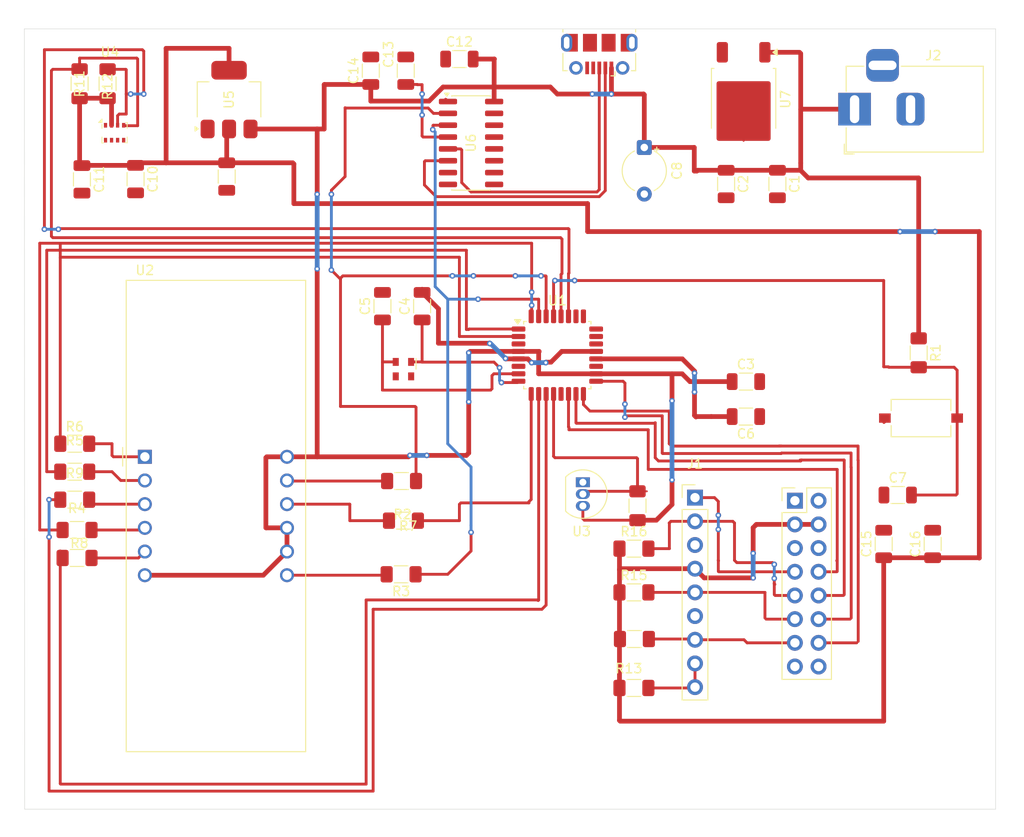
<source format=kicad_pcb>
(kicad_pcb (version 20241229) (generator "pcbnew") (generator_version "9.0")
  (layers (0 "F.Cu" signal) (2 "B.Cu" signal) (13 "F.Paste" user) (15 "B.Paste" user) (5 "F.SilkS" user "F.Silkscreen") (7 "B.SilkS" user "B.Silkscreen") (1 "F.Mask" user) (3 "B.Mask" user) (25 "Edge.Cuts" user))
  (net 0 "")
  (net 1 "GND")
  (net 2 "+5V")
  (net 3 "Net-(U1-XTAL2{slash}PB7)")
  (net 4 "Net-(U1-XTAL1{slash}PB6)")
  (net 5 "AREF")
  (net 6 "RESET")
  (net 7 "+3.3V")
  (net 8 "Net-(U6-V3)")
  (net 9 "Net-(J1-Pin_8)")
  (net 10 "MISO")
  (net 11 "SCK")
  (net 12 "MOSI")
  (net 13 "SDCS")
  (net 14 "D-")
  (net 15 "D+")
  (net 16 "PB4")
  (net 18 "PB3")
  (net 20 "PB5")
  (net 21 "PB2")
  (net 22 "Net-(U2-a)")
  (net 23 "RX{slash}PD0")
  (net 24 "Net-(U2-b)")
  (net 25 "TX{slash}PD1")
  (net 26 "Net-(U2-c)")
  (net 27 "PD2")
  (net 28 "Net-(U2-d)")
  (net 29 "PD3")
  (net 30 "Net-(U2-e)")
  (net 31 "PD4")
  (net 32 "Net-(U2-f)")
  (net 33 "PD5")
  (net 34 "PD6")
  (net 35 "Net-(U2-g)")
  (net 36 "PD7")
  (net 37 "Net-(U2-DPX)")
  (net 38 "PB0")
  (net 39 "PC5")
  (net 40 "PC4")
  (net 41 "PC2")
  (net 43 "PB1")
  (net 44 "PC0")
  (net 46 "PC1")
  (net 47 "PC3")
  (footprint "Resistor_SMD:R_1206_3216Metric_Pad1.30x1.75mm_HandSolder" (layer "F.Cu") (at 124.75 91.25)
    (property "Reference" "R9")
    (property "Value" "1k")
  )
  (footprint "Package_TO_SOT_THT:TO-92_Inline" (layer "F.Cu") (at 179.24 89.38 -90)
    (property "Reference" "U3")
    (property "Value" "DS18B20")
  )
  (footprint "Capacitor_SMD:C_1206_3216Metric" (layer "F.Cu") (at 213 90.75)
    (property "Reference" "C7")
    (property "Value" "100n")
  )
  (footprint "Connector_BarrelJack:BarrelJack_Horizontal" (layer "F.Cu") (at 208.3755 49.3745 180)
    (property "Reference" "J2")
    (property "Value" "Barrel_Jack")
  )
  (footprint "Capacitor_THT:CP_Radial_Tantal_D4.5mm_P5.00mm" (layer "F.Cu") (at 185.8264 53.4816 -90)
    (property "Reference" "C8")
    (property "Value" "10u")
  )
  (footprint "Capacitor_SMD:C_1206_3216Metric" (layer "F.Cu") (at 157.75 70.5 90)
    (property "Reference" "C5")
    (property "Value" "22p")
  )
  (footprint "Capacitor_SMD:C_1206_3216Metric" (layer "F.Cu") (at 125.525 56.9 -90)
    (property "Reference" "C11")
    (property "Value" "100n")
  )
  (footprint "Button_Switch_SMD:SW_Tactile_SPST_NO_Straight_CK_PTS636Sx25SMTRLFS" (layer "F.Cu") (at 215.5 82.5)
    (property "Reference" "SW1" (hide yes))
    (property "Value" "SW_Push")
  )
  (footprint "Capacitor_SMD:C_1206_3216Metric" (layer "F.Cu") (at 166 44)
    (property "Reference" "C12")
    (property "Value" "0.1u" (hide yes))
  )
  (footprint "Capacitor_SMD:C_1206_3216Metric" (layer "F.Cu") (at 194.6 57.4 -90)
    (property "Reference" "C2")
    (property "Value" "0.1u")
  )
  (footprint "Resistor_SMD:R_1206_3216Metric_Pad1.30x1.75mm_HandSolder" (layer "F.Cu") (at 184.765 106.19)
    (property "Reference" "R14" (hide yes))
    (property "Value" "10k")
  )
  (footprint "Resistor_SMD:R_1206_3216Metric_Pad1.30x1.75mm_HandSolder" (layer "F.Cu") (at 124.75 88.25)
    (property "Reference" "R5")
    (property "Value" "1k")
  )
  (footprint "Capacitor_SMD:C_1206_3216Metric" (layer "F.Cu") (at 200.1 57.4 -90)
    (property "Reference" "C1")
    (property "Value" "0.33u")
  )
  (footprint "Resistor_SMD:R_1206_3216Metric_Pad1.30x1.75mm_HandSolder" (layer "F.Cu") (at 125 97.5)
    (property "Reference" "R8")
    (property "Value" "1k")
  )
  (footprint "Resistor_SMD:R_1206_3216Metric_Pad1.30x1.75mm_HandSolder" (layer "F.Cu") (at 159.8 89.25 180)
    (property "Reference" "R2")
    (property "Value" "1k")
  )
  (footprint "Resistor_SMD:R_1206_3216Metric_Pad1.30x1.75mm_HandSolder" (layer "F.Cu") (at 184.715 96.5)
    (property "Reference" "R16")
    (property "Value" "10k")
  )
  (footprint "Connector_PinHeader_2.54mm:PinHeader_2x08_P2.54mm_Vertical" (layer "F.Cu") (at 201.975 91.36)
    (property "Reference" "J4" (hide yes))
    (property "Value" "Conn_02x08_Odd_Even" (hide yes))
  )
  (footprint "Capacitor_SMD:C_1206_3216Metric" (layer "F.Cu") (at 162 70.5 90)
    (property "Reference" "C4")
    (property "Value" "22p")
  )
  (footprint "Capacitor_SMD:C_1206_3216Metric" (layer "F.Cu") (at 141.05 56.6 90)
    (property "Reference" "C9" (hide yes))
    (property "Value" "0.1u")
  )
  (footprint "Resistor_SMD:R_1206_3216Metric_Pad1.30x1.75mm_HandSolder" (layer "F.Cu") (at 159.75 99.25 180)
    (property "Reference" "R3")
    (property "Value" "1k")
  )
  (footprint "Package_LGA:Bosch_LGA-8_2x2.5mm_P0.65mm_ClockwisePinNumbering" (layer "F.Cu") (at 129.025 51.9)
    (property "Reference" "U4")
    (property "Value" "BMP280")
  )
  (footprint "Resistor_SMD:R_1206_3216Metric_Pad1.30x1.75mm_HandSolder" (layer "F.Cu") (at 125.275 46.65 -90)
    (property "Reference" "R11")
    (property "Value" "4.7k")
  )
  (footprint "Connector_USB:USB_Micro-B_Molex-105017-0001" (layer "F.Cu") (at 181 43.4875 180)
    (property "Reference" "J3" (hide yes))
    (property "Value" "USB_B")
  )
  (footprint "Capacitor_SMD:C_1206_3216Metric" (layer "F.Cu") (at 196.723 78.5876)
    (property "Reference" "C3")
    (property "Value" "100n")
  )
  (footprint "Resistor_SMD:R_1206_3216Metric_Pad1.30x1.75mm_HandSolder" (layer "F.Cu") (at 184.715 101.19)
    (property "Reference" "R15")
    (property "Value" "10k")
  )
  (footprint "Resistor_SMD:R_1206_3216Metric_Pad1.30x1.75mm_HandSolder" (layer "F.Cu") (at 160 93.5 180)
    (property "Reference" "R7")
    (property "Value" "1k")
  )
  (footprint "Resistor_SMD:R_1206_3216Metric_Pad1.30x1.75mm_HandSolder" (layer "F.Cu") (at 184.715 111.44)
    (property "Reference" "R13")
    (property "Value" "10k")
  )
  (footprint "Oscillator:Oscillator_SMD_Abracon_ASDMB-4Pin_2.5x2.0mm" (layer "F.Cu") (at 160 77.25 180)
    (property "Reference" "Y1" (hide yes))
    (property "Value" "Crystal")
  )
  (footprint "Capacitor_SMD:C_1206_3216Metric" (layer "F.Cu") (at 131.275 56.875 -90)
    (property "Reference" "C10")
    (property "Value" "100n")
  )
  (footprint "Capacitor_SMD:C_1206_3216Metric" (layer "F.Cu") (at 196.723 82.3376 180)
    (property "Reference" "C6")
    (property "Value" "100n")
  )
  (footprint "Package_TO_SOT_SMD:SOT-223-3_TabPin2" (layer "F.Cu") (at 141.3 48.35 90)
    (property "Reference" "U5")
    (property "Value" "AMS1117-3.3")
  )
  (footprint "Capacitor_SMD:C_1206_3216Metric" (layer "F.Cu") (at 156.5 45.25 90)
    (property "Reference" "C14")
    (property "Value" "10u")
  )
  (footprint "Resistor_SMD:R_1206_3216Metric_Pad1.30x1.75mm_HandSolder" (layer "F.Cu") (at 128.275 46.65 90)
    (property "Reference" "R12")
    (property "Value" "4.7k")
  )
  (footprint "Capacitor_SMD:C_1206_3216Metric" (layer "F.Cu") (at 211.5 96 90)
    (property "Reference" "C15")
    (property "Value" "0.1u")
  )
  (footprint "Package_QFP:TQFP-32_7x7mm_P0.8mm" (layer "F.Cu") (at 176.5 75.75)
    (property "Reference" "U1")
    (property "Value" "ATmega328PB-A")
  )
  (footprint "Resistor_SMD:R_1206_3216Metric_Pad1.30x1.75mm_HandSolder" (layer "F.Cu") (at 185.1 91.9 -90)
    (property "Reference" "R10" (hide yes))
    (property "Value" "4.7k")
  )
  (footprint "Connector_PinHeader_2.54mm:PinHeader_1x09_P2.54mm_Vertical" (layer "F.Cu") (at 191.265 91.03)
    (property "Reference" "J1")
    (property "Value" "Conn_01x09")
  )
  (footprint "Package_TO_SOT_SMD:TO-252-2" (layer "F.Cu") (at 196.475 48.315 -90)
    (property "Reference" "U7")
    (property "Value" "L7805")
  )
  (footprint "Resistor_SMD:R_1206_3216Metric_Pad1.30x1.75mm_HandSolder" (layer "F.Cu") (at 125 94.5)
    (property "Reference" "R4")
    (property "Value" "R")
  )
  (footprint "Package_SO:SOIC-16_3.9x9.9mm_P1.27mm" (layer "F.Cu") (at 167.25 53)
    (property "Reference" "U6")
    (property "Value" "CH340C")
  )
  (footprint "Capacitor_SMD:C_1206_3216Metric" (layer "F.Cu") (at 216.75 96 90)
    (property "Reference" "C16")
    (property "Value" "10u")
  )
  (footprint "Capacitor_SMD:C_1206_3216Metric" (layer "F.Cu") (at 160.25 45.25 90)
    (property "Reference" "C13")
    (property "Value" "4.7u")
  )
  (footprint "Resistor_SMD:R_1206_3216Metric_Pad1.30x1.75mm_HandSolder" (layer "F.Cu") (at 124.75 85.25)
    (property "Reference" "R6")
    (property "Value" "1k")
  )
  (footprint "Resistor_SMD:R_1206_3216Metric_Pad1.30x1.75mm_HandSolder" (layer "F.Cu") (at 215.25 75.5 -90)
    (property "Reference" "R1")
    (property "Value" "10k")
  )
  (footprint "Display_7Segment:CC56-12GWA" (layer "F.Cu") (at 132.2725 86.65)
    (property "Reference" "U2")
    (property "Value" "CC56-12GWA")
  )
  (gr_line (start 119.3546 40.767) (end 223.4946 40.767) (stroke (width 0.05)) (layer "Edge.Cuts"))
  (gr_line (start 223.4946 124.4346) (end 119.38 124.4346) (stroke (width 0.05)) (layer "Edge.Cuts"))
  (gr_line (start 119.38 124.4346) (end 119.3546 40.767) (stroke (width 0.05)) (layer "Edge.Cuts"))
  (gr_line (start 223.4946 40.767) (end 223.4946 124.4346) (stroke (width 0.05)) (layer "Edge.Cuts"))
  (segment (start 175.8188 76.5048) (end 175.3108 76.5048) (width 0.508) (layer "F.Cu") (net 1))
  (segment (start 162 69.025) (end 162 68.525) (width 0.2) (layer "F.Cu") (net 1))
  (segment (start 164.3 43.775) (end 164.525 44) (width 0.3048) (layer "F.Cu") (net 1))
  (segment (start 175.3108 76.5048) (end 175.26 76.5556) (width 0.508) (layer "F.Cu") (net 1))
  (segment (start 170.988 76.15) (end 170.942 76.104) (width 0.508) (layer "F.Cu") (net 1))
  (segment (start 180.6625 75.35) (end 176.9736 75.35) (width 0.508) (layer "F.Cu") (net 1))
  (segment (start 131.25 58.375) (end 131.275 58.35) (width 0.3048) (layer "F.Cu") (net 1))
  (segment (start 211.625 82.875) (end 211.525 82.975) (width 0.3048) (layer "F.Cu") (net 1))
  (segment (start 198.318 78.4676) (end 198.198 78.5876) (width 0.508) (layer "F.Cu") (net 1))
  (segment (start 163.7538 74.4728) (end 163.7538 70.7788) (width 0.508) (layer "F.Cu") (net 1))
  (segment (start 196.475 52.774999) (end 196.475 49.575) (width 0.2) (layer "F.Cu") (net 1))
  (segment (start 125.975 57.925) (end 125.525 58.375) (width 0.2) (layer "F.Cu") (net 1))
  (segment (start 172.3375 76.15) (end 170.988 76.15) (width 0.508) (layer "F.Cu") (net 1))
  (segment (start 164.525 48.305) (end 164.775 48.555) (width 0.3048) (layer "F.Cu") (net 1))
  (segment (start 163.7538 74.4728) (end 169.2228 74.4728) (width 0.508) (layer "F.Cu") (net 1))
  (segment (start 173.3404 76.15) (end 172.3375 76.15) (width 0.508) (layer "F.Cu") (net 1))
  (segment (start 173.746 76.5556) (end 173.3404 76.15) (width 0.508) (layer "F.Cu") (net 1))
  (segment (start 163.7538 70.7788) (end 162 69.025) (width 0.508) (layer "F.Cu") (net 1))
  (segment (start 211.625 82.5) (end 211.625 82.875) (width 0.3048) (layer "F.Cu") (net 1))
  (segment (start 169.2228 74.4728) (end 169.25 74.5) (width 0.508) (layer "F.Cu") (net 1))
  (segment (start 176.9736 75.35) (end 175.8188 76.5048) (width 0.508) (layer "F.Cu") (net 1))
  (via (at 175.26 76.5556) (size 0.6) (drill 0.3) (layers "F.Cu" "B.Cu") (net 1))
  (via (at 169.25 74.5) (size 0.6) (drill 0.3) (layers "F.Cu" "B.Cu") (net 1))
  (via (at 173.746 76.5556) (size 0.6) (drill 0.3) (layers "F.Cu" "B.Cu") (net 1))
  (via (at 170.942 76.104) (size 0.6) (drill 0.3) (layers "F.Cu" "B.Cu") (net 1))
  (segment (start 175.26 76.5556) (end 173.746 76.5556) (width 0.508) (layer "B.Cu") (net 1))
  (segment (start 170.942 76.104) (end 169.3108 74.4728) (width 0.508) (layer "B.Cu") (net 1))
  (segment (start 147.5125 94.27) (end 145.27 94.27) (width 0.508) (layer "F.Cu") (net 2))
  (segment (start 191.1858 53.4924) (end 191.1858 56.007) (width 0.508) (layer "F.Cu") (net 2))
  (segment (start 150.75 58.5) (end 150.75 51.5) (width 0.508) (layer "F.Cu") (net 2))
  (segment (start 189.8854 77.75) (end 190.723 78.5876) (width 0.508) (layer "F.Cu") (net 2))
  (segment (start 147.5125 96.81) (end 144.9725 99.35) (width 0.508) (layer "F.Cu") (net 2))
  (segment (start 144.9725 99.35) (end 132.2725 99.35) (width 0.508) (layer "F.Cu") (net 2))
  (segment (start 156.505 48.505) (end 156.5 48.5) (width 0.508) (layer "F.Cu") (net 2))
  (segment (start 190.723 78.5876) (end 195.248 78.5876) (width 0.508) (layer "F.Cu") (net 2))
  (segment (start 147.5125 86.65) (end 150.75 86.65) (width 0.508) (layer "F.Cu") (net 2))
  (segment (start 169.75 44) (end 169.725 44.025) (width 0.508) (layer "F.Cu") (net 2))
  (segment (start 175.75 47) (end 169.725 47) (width 0.508) (layer "F.Cu") (net 2))
  (segment (start 164.25 47) (end 162.745 48.505) (width 0.508) (layer "F.Cu") (net 2))
  (segment (start 202.6 55.15) (end 202.6 49.4) (width 0.508) (layer "F.Cu") (net 2))
  (segment (start 188.7982 91.7702) (end 188.7982 89.1286) (width 0.508) (layer "F.Cu") (net 2))
  (segment (start 176.5 47.75) (end 180.25 47.75) (width 0.508) (layer "F.Cu") (net 2))
  (segment (start 202.6 55.9) (end 202.6 55.15) (width 0.508) (layer "F.Cu") (net 2))
  (segment (start 167 86.25) (end 167 80.75) (width 0.508) (layer "F.Cu") (net 2))
  (segment (start 191.4652 56.007) (end 191.5472 55.925) (width 0.508) (layer "F.Cu") (net 2))
  (segment (start 169.725 47) (end 164.25 47) (width 0.508) (layer "F.Cu") (net 2))
  (segment (start 188.7982 77.75) (end 189.8854 77.75) (width 0.508) (layer "F.Cu") (net 2))
  (segment (start 180.6625 77.75) (end 174.5 77.75) (width 0.508) (layer "F.Cu") (net 2))
  (segment (start 175.75 47) (end 176.5 47.75) (width 0.508) (layer "F.Cu") (net 2))
  (segment (start 150.75 86.65) (end 160.5476 86.65) (width 0.508) (layer "F.Cu") (net 2))
  (segment (start 174.5 75.4106) (end 174.5 77.75) (width 0.508) (layer "F.Cu") (net 2))
  (segment (start 145.35 86.65) (end 147.5125 86.65) (width 0.508) (layer "F.Cu") (net 2))
  (segment (start 187.2996 93.2688) (end 188.7982 91.7702) (width 0.508) (layer "F.Cu") (net 2))
  (segment (start 169.725 47) (end 169.725 48.555) (width 0.508) (layer "F.Cu") (net 2))
  (segment (start 167.15 75.35) (end 172.3375 75.35) (width 0.508) (layer "F.Cu") (net 2))
  (segment (start 167 75.5) (end 167.15 75.35) (width 0.508) (layer "F.Cu") (net 2))
  (segment (start 151.525 46.725) (end 156.5 46.725) (width 0.508) (layer "F.Cu") (net 2))
  (segment (start 169.725 44.025) (end 169.725 47) (width 0.508) (layer "F.Cu") (net 2))
  (segment (start 167.475 44) (end 169.75 44) (width 0.508) (layer "F.Cu") (net 2))
  (segment (start 188.7982 80.645) (end 188.7982 77.75) (width 0.508) (layer "F.Cu") (net 2))
  (segment (start 194.6 55.925) (end 200.1 55.925) (width 0.508) (layer "F.Cu") (net 2))
  (segment (start 200.1 55.925) (end 202.575 55.925) (width 0.508) (layer "F.Cu") (net 2))
  (segment (start 179.4 93.45) (end 179.24 93.29) (width 0.3048) (layer "F.Cu") (net 2))
  (segment (start 202.6 49.4) (end 202.6 43.4) (width 0.508) (layer "F.Cu") (net 2))
  (segment (start 185.8264 53.4816) (end 191.175 53.4816) (width 0.508) (layer "F.Cu") (net 2))
  (segment (start 215.25 56.75) (end 203.4 56.75) (width 0.508) (layer "F.Cu") (net 2))
  (segment (start 182.305 47.695) (end 182.305 44.95) (width 0.508) (layer "F.Cu") (net 2))
  (segment (start 187.1184 93.45) (end 187.2996 93.2688) (width 0.508) (layer "F.Cu") (net 2))
  (segment (start 185.8264 47.8264) (end 185.75 47.75) (width 0.508) (layer "F.Cu") (net 2))
  (segment (start 185.8264 53.4816) (end 185.8264 47.8264) (width 0.508) (layer "F.Cu") (net 2))
  (segment (start 203.4 56.75) (end 202.575 55.925) (width 0.508) (layer "F.Cu") (net 2))
  (segment (start 174.537 75.35) (end 174.5488 75.3618) (width 0.508) (layer "F.Cu") (net 2))
  (segment (start 215.25 73.95) (end 215.25 56.75) (width 0.508) (layer "F.Cu") (net 2))
  (segment (start 191.5472 55.925) (end 194.6 55.925) (width 0.508) (layer "F.Cu") (net 2))
  (segment (start 166.75 86.5) (end 167 86.25) (width 0.508) (layer "F.Cu") (net 2))
  (segment (start 150.75 86.65) (end 150.75 66.5) (width 0.508) (layer "F.Cu") (net 2))
  (segment (start 162.5 86.5) (end 166.75 86.5) (width 0.508) (layer "F.Cu") (net 2))
  (segment (start 185.1 93.45) (end 179.4 93.45) (width 0.3048) (layer "F.Cu") (net 2))
  (segment (start 147.5125 96.81) (end 147.5125 94.27) (width 0.508) (layer "F.Cu") (net 2))
  (segment (start 191.175 53.4816) (end 191.1858 53.4924) (width 0.508) (layer "F.Cu") (net 2))
  (segment (start 160.5476 86.65) (end 160.6976 86.5) (width 0.508) (layer "F.Cu") (net 2))
  (segment (start 172.3375 75.35) (end 174.537 75.35) (width 0.508) (layer "F.Cu") (net 2))
  (segment (start 208.2505 50.6495) (end 208.225 50.675) (width 0.508) (layer "F.Cu") (net 2))
  (segment (start 145.27 94.27) (end 145.25 94.25) (width 0.508) (layer "F.Cu") (net 2))
  (segment (start 151.5 51.5) (end 151.5 46.75) (width 0.508) (layer "F.Cu") (net 2))
  (segment (start 174.5488 75.3618) (end 174.5 75.4106) (width 0.508) (layer "F.Cu") (net 2))
  (segment (start 143.6 51.5) (end 150.75 51.5) (width 0.508) (layer "F.Cu") (net 2))
  (segment (start 185.1 93.45) (end 187.1184 93.45) (width 0.508) (layer "F.Cu") (net 2))
  (segment (start 182.295 47.705) (end 182.295 47.75) (width 0.3048) (layer "F.Cu") (net 2))
  (segment (start 156.5 48.5) (end 156.5 46.725) (width 0.508) (layer "F.Cu") (net 2))
  (segment (start 151.5 46.75) (end 151.525 46.725) (width 0.508) (layer "F.Cu") (net 2))
  (segment (start 191.1858 56.007) (end 191.4652 56.007) (width 0.508) (layer "F.Cu") (net 2))
  (segment (start 162.745 48.505) (end 156.505 48.505) (width 0.508) (layer "F.Cu") (net 2))
  (segment (start 182.25 47.75) (end 182.305 47.695) (width 0.508) (layer "F.Cu") (net 2))
  (segment (start 145.25 94.25) (end 145.25 86.75) (width 0.508) (layer "F.Cu") (net 2))
  (segment (start 208.3755 49.3745) (end 202.6255 49.3745) (width 0.508) (layer "F.Cu") (net 2))
  (segment (start 180.6625 77.75) (end 188.7982 77.75) (width 0.508) (layer "F.Cu") (net 2))
  (segment (start 179.24 93.29) (end 179.24 91.92) (width 0.3048) (layer "F.Cu") (net 2))
  (segment (start 145.25 86.75) (end 145.35 86.65) (width 0.508) (layer "F.Cu") (net 2))
  (segment (start 182.305 47.695) (end 182.295 47.705) (width 0.3048) (layer "F.Cu") (net 2))
  (segment (start 150.75 51.5) (end 151.5 51.5) (width 0.508) (layer "F.Cu") (net 2))
  (segment (start 185.75 47.75) (end 182.25 47.75) (width 0.508) (layer "F.Cu") (net 2))
  (segment (start 202.475 43.275) (end 198.755 43.275) (width 0.508) (layer "F.Cu") (net 2))
  (via (at 180.25 47.75) (size 0.6) (drill 0.3) (layers "F.Cu" "B.Cu") (net 2))
  (via (at 167 80.75) (size 0.6) (drill 0.3) (layers "F.Cu" "B.Cu") (net 2))
  (via (at 167 75.5) (size 0.6) (drill 0.3) (layers "F.Cu" "B.Cu") (net 2))
  (via (at 150.75 66.5) (size 0.6) (drill 0.3) (layers "F.Cu" "B.Cu") (net 2))
  (via (at 160.6976 86.5) (size 0.6) (drill 0.3) (layers "F.Cu" "B.Cu") (net 2))
  (via (at 188.7982 89.1286) (size 0.6) (drill 0.3) (layers "F.Cu" "B.Cu") (net 2))
  (via (at 162.5 86.5) (size 0.6) (drill 0.3) (layers "F.Cu" "B.Cu") (net 2))
  (via (at 188.7982 80.645) (size 0.6) (drill 0.3) (layers "F.Cu" "B.Cu") (net 2))
  (via (at 182.295 47.75) (size 0.6) (drill 0.3) (layers "F.Cu" "B.Cu") (net 2))
  (via (at 150.75 58.5) (size 0.6) (drill 0.3) (layers "F.Cu" "B.Cu") (net 2))
  (segment (start 167 80.75) (end 167 75.5) (width 0.508) (layer "B.Cu") (net 2))
  (segment (start 180.25 47.75) (end 182.295 47.75) (width 0.508) (layer "B.Cu") (net 2))
  (segment (start 188.7982 89.1286) (end 188.7982 80.645) (width 0.508) (layer "B.Cu") (net 2))
  (segment (start 160.6976 86.5) (end 162.5 86.5) (width 0.508) (layer "B.Cu") (net 2))
  (segment (start 150.75 66.5) (end 150.75 58.5) (width 0.508) (layer "B.Cu") (net 2))
  (segment (start 160.825 76.475) (end 161.975 76.475) (width 0.3048) (layer "F.Cu") (net 3))
  (segment (start 161.975 76.475) (end 162 76.5) (width 0.3048) (layer "F.Cu") (net 3))
  (segment (start 162 76.5) (end 162 71.975) (width 0.3048) (layer "F.Cu") (net 3))
  (segment (start 162 76.5) (end 169.7094 76.5) (width 0.3048) (layer "F.Cu") (net 3))
  (segment (start 172.1983 78.6892) (end 172.3375 78.55) (width 0.3048) (layer "F.Cu") (net 3))
  (segment (start 170.5102 78.6892) (end 172.1983 78.6892) (width 0.3048) (layer "F.Cu") (net 3))
  (segment (start 160.825 76.475) (end 161.15 76.475) (width 0.2) (layer "F.Cu") (net 3))
  (segment (start 169.7094 76.5) (end 170.307 77.0976) (width 0.3048) (layer "F.Cu") (net 3))
  (via (at 170.307 77.0976) (size 0.6) (drill 0.3) (layers "F.Cu" "B.Cu") (net 3))
  (via (at 170.5102 78.6892) (size 0.6) (drill 0.3) (layers "F.Cu" "B.Cu") (net 3))
  (segment (start 170.307 77.0976) (end 170.307 78.486) (width 0.3048) (layer "B.Cu") (net 3))
  (segment (start 170.307 78.486) (end 170.5102 78.6892) (width 0.3048) (layer "B.Cu") (net 3))
  (segment (start 169.4942 77.9526) (end 169.6968 77.75) (width 0.3048) (layer "F.Cu") (net 4))
  (segment (start 157.75 76.5) (end 157.75 71.975) (width 0.3048) (layer "F.Cu") (net 4))
  (segment (start 169.3398 79.5) (end 169.3418 79.502) (width 0.3048) (layer "F.Cu") (net 4))
  (segment (start 157.75 76.5) (end 157.75 79.5) (width 0.3048) (layer "F.Cu") (net 4))
  (segment (start 159.175 76.475) (end 157.775 76.475) (width 0.3048) (layer "F.Cu") (net 4))
  (segment (start 169.6968 77.75) (end 172.3375 77.75) (width 0.3048) (layer "F.Cu") (net 4))
  (segment (start 169.3418 79.502) (end 169.4942 79.3496) (width 0.3048) (layer "F.Cu") (net 4))
  (segment (start 157.75 79.5) (end 169.3398 79.5) (width 0.3048) (layer "F.Cu") (net 4))
  (segment (start 169.4942 79.3496) (end 169.4942 77.9526) (width 0.3048) (layer "F.Cu") (net 4))
  (segment (start 157.775 76.475) (end 157.75 76.5) (width 0.3048) (layer "F.Cu") (net 4))
  (segment (start 191.2112 77.6732) (end 191.2112 77.4612) (width 0.508) (layer "F.Cu") (net 5))
  (segment (start 189.9 76.15) (end 180.6625 76.15) (width 0.508) (layer "F.Cu") (net 5))
  (segment (start 193.0146 82.3376) (end 191.3982 82.3376) (width 0.508) (layer "F.Cu") (net 5))
  (segment (start 195.248 82.3376) (end 193.0146 82.3376) (width 0.508) (layer "F.Cu") (net 5))
  (segment (start 191.3636 82.3722) (end 191.2112 82.2198) (width 0.508) (layer "F.Cu") (net 5))
  (segment (start 191.2112 77.4612) (end 189.9 76.15) (width 0.508) (layer "F.Cu") (net 5))
  (segment (start 191.3982 82.3376) (end 191.3636 82.3722) (width 0.508) (layer "F.Cu") (net 5))
  (segment (start 191.2112 82.2198) (end 191.2112 79.7052) (width 0.508) (layer "F.Cu") (net 5))
  (via (at 191.2112 77.6732) (size 0.6) (drill 0.3) (layers "F.Cu" "B.Cu") (net 5))
  (via (at 191.2112 79.7052) (size 0.6) (drill 0.3) (layers "F.Cu" "B.Cu") (net 5))
  (segment (start 191.2112 79.7052) (end 191.2112 77.6732) (width 0.508) (layer "B.Cu") (net 5))
  (segment (start 176.1 67.9) (end 176.25 67.75) (width 0.3048) (layer "F.Cu") (net 6))
  (segment (start 178.3524 67.75) (end 211.5 67.75) (width 0.3048) (layer "F.Cu") (net 6))
  (segment (start 176.25 67.75) (end 176.2476 67.75) (width 0.3048) (layer "F.Cu") (net 6))
  (segment (start 219.05 77.05) (end 215.25 77.05) (width 0.3048) (layer "F.Cu") (net 6))
  (segment (start 214.475 90.75) (end 219.25 90.75) (width 0.3048) (layer "F.Cu") (net 6))
  (segment (start 211.5 77) (end 212 77) (width 0.3048) (layer "F.Cu") (net 6))
  (segment (start 219.375 82.5) (end 219.375 77.375) (width 0.3048) (layer "F.Cu") (net 6))
  (segment (start 211.5 67.75) (end 211.5 77) (width 0.3048) (layer "F.Cu") (net 6))
  (segment (start 219.375 77.375) (end 219.05 77.05) (width 0.3048) (layer "F.Cu") (net 6))
  (segment (start 219.375 90.625) (end 219.375 82.5) (width 0.3048) (layer "F.Cu") (net 6))
  (segment (start 219.25 90.75) (end 219.375 90.625) (width 0.3048) (layer "F.Cu") (net 6))
  (segment (start 176.1 71.5875) (end 176.1 67.9) (width 0.3048) (layer "F.Cu") (net 6))
  (segment (start 212.05 77.05) (end 215.25 77.05) (width 0.3048) (layer "F.Cu") (net 6))
  (segment (start 212 77) (end 212.05 77.05) (width 0.3048) (layer "F.Cu") (net 6))
  (via (at 178.3524 67.75) (size 0.6) (drill 0.3) (layers "F.Cu" "B.Cu") (net 6))
  (via (at 176.2476 67.75) (size 0.6) (drill 0.3) (layers "F.Cu" "B.Cu") (net 6))
  (segment (start 176.2476 67.75) (end 178.3524 67.75) (width 0.3048) (layer "B.Cu") (net 6))
  (segment (start 183.215 106.19) (end 183.215 106.715) (width 0.508) (layer "F.Cu") (net 7))
  (segment (start 183.165 111.44) (end 183.165 114.915) (width 0.508) (layer "F.Cu") (net 7))
  (segment (start 183.265 98.65) (end 183.165 98.75) (width 0.508) (layer "F.Cu") (net 7))
  (segment (start 191.265 98.65) (end 183.265 98.65) (width 0.508) (layer "F.Cu") (net 7))
  (segment (start 221.725 97.475) (end 221.75 97.5) (width 0.508) (layer "F.Cu") (net 7))
  (segment (start 134.55 55.125) (end 134.55 42.85) (width 0.508) (layer "F.Cu") (net 7))
  (segment (start 148.25 59.5) (end 179.75 59.5) (width 0.508) (layer "F.Cu") (net 7))
  (segment (start 128.7 48.625) (end 128.7 51.1) (width 0.508) (layer "F.Cu") (net 7))
  (segment (start 211.5 97.475) (end 216.75 97.475) (width 0.508) (layer "F.Cu") (net 7))
  (segment (start 125.275 48.2) (end 128.275 48.2) (width 0.508) (layer "F.Cu") (net 7))
  (segment (start 141.05 55.125) (end 141.05 51.75) (width 0.508) (layer "F.Cu") (net 7))
  (segment (start 216.75 97.475) (end 221.725 97.475) (width 0.508) (layer "F.Cu") (net 7))
  (segment (start 141.3 42.85) (end 141.3 45.2) (width 0.508) (layer "F.Cu") (net 7))
  (segment (start 134.55 42.85) (end 141.3 42.85) (width 0.508) (layer "F.Cu") (net 7))
  (segment (start 192.2474 99.6324) (end 191.265 98.65) (width 0.508) (layer "F.Cu") (net 7))
  (segment (start 125.55 55.4) (end 125.525 55.425) (width 0.508) (layer "F.Cu") (net 7))
  (segment (start 125.525 55.425) (end 125.525 55.4) (width 0.508) (layer "F.Cu") (net 7))
  (segment (start 183.165 106.14) (end 183.215 106.19) (width 0.508) (layer "F.Cu") (net 7))
  (segment (start 201.975 93.9) (end 197.85 93.9) (width 0.508) (layer "F.Cu") (net 7))
  (segment (start 131.275 55.4) (end 131.75 55.4) (width 0.508) (layer "F.Cu") (net 7))
  (segment (start 183.25 115) (end 211.5 115) (width 0.508) (layer "F.Cu") (net 7))
  (segment (start 131.275 55.4) (end 125.55 55.4) (width 0.508) (layer "F.Cu") (net 7))
  (segment (start 125.525 55.4) (end 125.275 55.15) (width 0.508) (layer "F.Cu") (net 7))
  (segment (start 141.05 51.75) (end 141.3 51.5) (width 0.508) (layer "F.Cu") (net 7))
  (segment (start 197.75 94) (end 197.5 94.25) (width 0.508) (layer "F.Cu") (net 7))
  (segment (start 221.75 97.5) (end 221.75 62.5) (width 0.508) (layer "F.Cu") (net 7))
  (segment (start 221.75 62.5) (end 217 62.5) (width 0.508) (layer "F.Cu") (net 7))
  (segment (start 183.165 101.19) (end 183.165 106.14) (width 0.508) (layer "F.Cu") (net 7))
  (segment (start 148.125 55.125) (end 148.25 55.25) (width 0.508) (layer "F.Cu") (net 7))
  (segment (start 197.85 93.9) (end 197.75 94) (width 0.508) (layer "F.Cu") (net 7))
  (segment (start 148.25 55.25) (end 148.25 59.5) (width 0.508) (layer "F.Cu") (net 7))
  (segment (start 128.275 48.2) (end 128.7 48.625) (width 0.508) (layer "F.Cu") (net 7))
  (segment (start 183.165 96.5) (end 183.165 98.75) (width 0.508) (layer "F.Cu") (net 7))
  (segment (start 197.5 99.6324) (end 192.2474 99.6324) (width 0.508) (layer "F.Cu") (net 7))
  (segment (start 183.165 106.765) (end 183.165 111.44) (width 0.508) (layer "F.Cu") (net 7))
  (segment (start 197.5 94.25) (end 197.5 97) (width 0.508) (layer "F.Cu") (net 7))
  (segment (start 183.215 106.715) (end 183.165 106.765) (width 0.508) (layer "F.Cu") (net 7))
  (segment (start 131.75 55.4) (end 132.025 55.125) (width 0.508) (layer "F.Cu") (net 7))
  (segment (start 141.05 55.125) (end 148.125 55.125) (width 0.508) (layer "F.Cu") (net 7))
  (segment (start 125.275 55.15) (end 125.275 48.2) (width 0.508) (layer "F.Cu") (net 7))
  (segment (start 132.025 55.125) (end 134.55 55.125) (width 0.508) (layer "F.Cu") (net 7))
  (segment (start 211.5 115) (end 211.5 97.475) (width 0.508) (layer "F.Cu") (net 7))
  (segment (start 183.165 98.75) (end 183.165 101.19) (width 0.508) (layer "F.Cu") (net 7))
  (segment (start 183.165 114.915) (end 183.25 115) (width 0.508) (layer "F.Cu") (net 7))
  (segment (start 134.55 55.125) (end 141.05 55.125) (width 0.508) (layer "F.Cu") (net 7))
  (segment (start 204.515 93.9) (end 201.975 93.9) (width 0.508) (layer "F.Cu") (net 7))
  (segment (start 179.75 59.5) (end 179.75 62.5) (width 0.508) (layer "F.Cu") (net 7))
  (segment (start 179.75 62.5) (end 213.25 62.5) (width 0.508) (layer "F.Cu") (net 7))
  (via (at 213.25 62.5) (size 0.6) (drill 0.3) (layers "F.Cu" "B.Cu") (net 7))
  (via (at 197.5 97) (size 0.6) (drill 0.3) (layers "F.Cu" "B.Cu") (net 7))
  (via (at 217 62.5) (size 0.6) (drill 0.3) (layers "F.Cu" "B.Cu") (net 7))
  (via (at 197.5 99.6324) (size 0.6) (drill 0.3) (layers "F.Cu" "B.Cu") (net 7))
  (segment (start 197.5 97) (end 197.5 99.6324) (width 0.508) (layer "B.Cu") (net 7))
  (segment (start 217 62.5) (end 213.25 62.5) (width 0.508) (layer "B.Cu") (net 7))
  (segment (start 161.475 46.725) (end 160.25 46.725) (width 0.3048) (layer "F.Cu") (net 8))
  (segment (start 162 46.75) (end 161.5 46.75) (width 0.3048) (layer "F.Cu") (net 8))
  (segment (start 161.5 46.75) (end 161.475 46.725) (width 0.3048) (layer "F.Cu") (net 8))
  (segment (start 162 47.75) (end 162 46.75) (width 0.3048) (layer "F.Cu") (net 8))
  (segment (start 164.775 52.365) (end 162.115 52.365) (width 0.3048) (layer "F.Cu") (net 8))
  (segment (start 162.115 52.365) (end 162 52.25) (width 0.3048) (layer "F.Cu") (net 8))
  (segment (start 162 52.25) (end 162 50) (width 0.3048) (layer "F.Cu") (net 8))
  (via (at 162 47.75) (size 0.6) (drill 0.3) (layers "F.Cu" "B.Cu") (net 8))
  (via (at 162 50) (size 0.6) (drill 0.3) (layers "F.Cu" "B.Cu") (net 8))
  (segment (start 162 50) (end 162 47.75) (width 0.3048) (layer "B.Cu") (net 8))
  (segment (start 186.265 111.44) (end 191.175 111.44) (width 0.3048) (layer "F.Cu") (net 9))
  (segment (start 191.265 111.35) (end 191.265 108.81) (width 0.3048) (layer "F.Cu") (net 9))
  (segment (start 186.315 106.19) (end 191.185 106.19) (width 0.3048) (layer "F.Cu") (net 10))
  (segment (start 196.85 106.6) (end 201.975 106.6) (width 0.3048) (layer "F.Cu") (net 10))
  (segment (start 196.52 106.27) (end 196.85 106.6) (width 0.3048) (layer "F.Cu") (net 10))
  (segment (start 191.265 106.27) (end 196.52 106.27) (width 0.3048) (layer "F.Cu") (net 10))
  (segment (start 191.265 101.19) (end 186.265 101.19) (width 0.3048) (layer "F.Cu") (net 11))
  (segment (start 198.765 101.19) (end 198.765 103.94) (width 0.3048) (layer "F.Cu") (net 11))
  (segment (start 191.265 101.19) (end 198.765 101.19) (width 0.3048) (layer "F.Cu") (net 11))
  (segment (start 201.975 104.06) (end 198.885 104.06) (width 0.3048) (layer "F.Cu") (net 11))
  (segment (start 199.765 99.69) (end 199.765 101.44) (width 0.3048) (layer "F.Cu") (net 12))
  (segment (start 201.975 101.52) (end 199.845 101.52) (width 0.3048) (layer "F.Cu") (net 12))
  (segment (start 188.5 93.75) (end 188.68 93.57) (width 0.3048) (layer "F.Cu") (net 12))
  (segment (start 195.5 97.75) (end 195.75 98) (width 0.3048) (layer "F.Cu") (net 12))
  (segment (start 188.68 93.57) (end 191.265 93.57) (width 0.3048) (layer "F.Cu") (net 12))
  (segment (start 188.515 96.5) (end 188.515 93.765) (width 0.3048) (layer "F.Cu") (net 12))
  (segment (start 199.575 98) (end 199.765 98.19) (width 0.3048) (layer "F.Cu") (net 12))
  (segment (start 195.5 93.75) (end 195.5 97.75) (width 0.3048) (layer "F.Cu") (net 12))
  (segment (start 186.265 96.5) (end 188.515 96.5) (width 0.3048) (layer "F.Cu") (net 12))
  (segment (start 195.32 93.57) (end 195.5 93.75) (width 0.3048) (layer "F.Cu") (net 12))
  (segment (start 188.515 93.765) (end 188.5 93.75) (width 0.3048) (layer "F.Cu") (net 12))
  (segment (start 195.75 98) (end 199.575 98) (width 0.3048) (layer "F.Cu") (net 12))
  (segment (start 191.265 93.57) (end 195.32 93.57) (width 0.3048) (layer "F.Cu") (net 12))
  (segment (start 199.83 100.33) (end 199.75 100.25) (width 0.3048) (layer "F.Cu") (net 12))
  (via (at 199.765 98.19) (size 0.6) (drill 0.3) (layers "F.Cu" "B.Cu") (net 12))
  (via (at 199.765 99.69) (size 0.6) (drill 0.3) (layers "F.Cu" "B.Cu") (net 12))
  (segment (start 199.765 98.19) (end 199.765 99.69) (width 0.3048) (layer "B.Cu") (net 12))
  (segment (start 193.765 98.94) (end 193.765 94.44) (width 0.3048) (layer "F.Cu") (net 13))
  (segment (start 193.765 92.9176) (end 193.765 91.44) (width 0.3048) (layer "F.Cu") (net 13))
  (segment (start 193.79 97.79) (end 193.75 97.75) (width 0.3048) (layer "F.Cu") (net 13))
  (segment (start 201.975 98.98) (end 193.805 98.98) (width 0.3048) (layer "F.Cu") (net 13))
  (segment (start 193.355 91.03) (end 193.765 91.44) (width 0.3048) (layer "F.Cu") (net 13))
  (segment (start 191.265 91.03) (end 193.355 91.03) (width 0.3048) (layer "F.Cu") (net 13))
  (via (at 193.765 94.44) (size 0.6) (drill 0.3) (layers "F.Cu" "B.Cu") (net 13))
  (via (at 193.765 92.9176) (size 0.6) (drill 0.3) (layers "F.Cu" "B.Cu") (net 13))
  (segment (start 193.765 94.44) (end 193.765 92.9176) (width 0.3048) (layer "B.Cu") (net 13))
  (segment (start 181.6426 44.9574) (end 181.6426 58.1074) (width 0.3048) (layer "F.Cu") (net 14))
  (segment (start 162.345 54.905) (end 164.775 54.905) (width 0.3048) (layer "F.Cu") (net 14))
  (segment (start 163.5058 58.7558) (end 162.25 57.5) (width 0.3048) (layer "F.Cu") (net 14))
  (segment (start 162.25 57.5) (end 162.25 55) (width 0.3048) (layer "F.Cu") (net 14))
  (segment (start 181.65 44.95) (end 181.6426 44.9574) (width 0.3048) (layer "F.Cu") (net 14))
  (segment (start 180.9942 58.7558) (end 163.5058 58.7558) (width 0.3048) (layer "F.Cu") (net 14))
  (segment (start 162.25 55) (end 162.345 54.905) (width 0.3048) (layer "F.Cu") (net 14))
  (segment (start 181.6426 58.1074) (end 180.9942 58.7558) (width 0.3048) (layer "F.Cu") (net 14))
  (segment (start 166.75 57.75) (end 166.25 57.25) (width 0.3048) (layer "F.Cu") (net 15))
  (segment (start 166.135 53.635) (end 166.25 53.75) (width 0.3048) (layer "F.Cu") (net 15))
  (segment (start 164.775 53.635) (end 166.135 53.635) (width 0.3048) (layer "F.Cu") (net 15))
  (segment (start 166.25 57.25) (end 166.25 53.75) (width 0.3048) (layer "F.Cu") (net 15))
  (segment (start 167.25 58.25) (end 166.75 57.75) (width 0.3048) (layer "F.Cu") (net 15))
  (segment (start 180.75 58.25) (end 167.25 58.25) (width 0.3048) (layer "F.Cu") (net 15))
  (segment (start 181 44.95) (end 181 58) (width 0.3048) (layer "F.Cu") (net 15))
  (segment (start 164.66 53.75) (end 164.775 53.635) (width 0.3048) (layer "F.Cu") (net 15))
  (segment (start 181 58) (end 180.75 58.25) (width 0.3048) (layer "F.Cu") (net 15))
  (segment (start 200.3078 85.5) (end 200.3044 85.5034) (width 0.3048) (layer "F.Cu") (net 16))
  (segment (start 200.5 85.5) (end 200.4966 85.5034) (width 0.3048) (layer "F.Cu") (net 16))
  (segment (start 188.5 81.75) (end 180 81.75) (width 0.3048) (layer "F.Cu") (net 16))
  (segment (start 200.3044 85.5034) (end 188.7534 85.5034) (width 0.3048) (layer "F.Cu") (net 16))
  (segment (start 208.765 87.015) (end 208.75 87) (width 0.3048) (layer "F.Cu") (net 16))
  (segment (start 208.75 87) (end 208.75 85.5) (width 0.3048) (layer "F.Cu") (net 16))
  (segment (start 180 81.75) (end 179.3 81.05) (width 0.3048) (layer "F.Cu") (net 16))
  (segment (start 208.765 106.44) (end 208.765 87.015) (width 0.3048) (layer "F.Cu") (net 16))
  (segment (start 179.3 81.05) (end 179.3 79.9125) (width 0.3048) (layer "F.Cu") (net 16))
  (segment (start 204.515 106.6) (end 208.605 106.6) (width 0.3048) (layer "F.Cu") (net 16))
  (segment (start 188.5 85.25) (end 188.5 81.75) (width 0.3048) (layer "F.Cu") (net 16))
  (segment (start 200.4966 85.5034) (end 200.3044 85.5034) (width 0.3048) (layer "F.Cu") (net 16))
  (segment (start 188.7534 85.5034) (end 188.5 85.25) (width 0.3048) (layer "F.Cu") (net 16))
  (segment (start 208.75 85.5) (end 200.3078 85.5) (width 0.3048) (layer "F.Cu") (net 16))
  (segment (start 187 86.75) (end 187.350006 87.100006) (width 0.3048) (layer "F.Cu") (net 18))
  (segment (start 186.9442 83.0558) (end 187 83) (width 0.3048) (layer "F.Cu") (net 18))
  (segment (start 207.25 87) (end 202.692 87) (width 0.3048) (layer "F.Cu") (net 18))
  (segment (start 187 83) (end 187 86.75) (width 0.3048) (layer "F.Cu") (net 18))
  (segment (start 187.350006 87.100006) (end 202.591994 87.100006) (width 0.3048) (layer "F.Cu") (net 18))
  (segment (start 202.692 87) (end 202.534328 87) (width 0.3048) (layer "F.Cu") (net 18))
  (segment (start 207.265 87.015) (end 207.25 87) (width 0.3048) (layer "F.Cu") (net 18))
  (segment (start 178.5 79.9125) (end 178.5 83) (width 0.3048) (layer "F.Cu") (net 18))
  (segment (start 202.591994 87.100006) (end 202.692 87) (width 0.3048) (layer "F.Cu") (net 18))
  (segment (start 178.5 83) (end 178.5558 83.0558) (width 0.3048) (layer "F.Cu") (net 18))
  (segment (start 207.265 101.44) (end 207.265 87.015) (width 0.3048) (layer "F.Cu") (net 18))
  (segment (start 204.515 101.52) (end 207.185 101.52) (width 0.3048) (layer "F.Cu") (net 18))
  (segment (start 178.5558 83.0558) (end 186.9442 83.0558) (width 0.3048) (layer "F.Cu") (net 18))
  (segment (start 204.515 104.06) (end 207.895 104.06) (width 0.3048) (layer "F.Cu") (net 20))
  (segment (start 208 87.75) (end 208 86.25) (width 0.3048) (layer "F.Cu") (net 20))
  (segment (start 187.800003 86.300003) (end 187.75 86.25) (width 0.3048) (layer "F.Cu") (net 20))
  (segment (start 208.015 87.765) (end 208 87.75) (width 0.3048) (layer "F.Cu") (net 20))
  (segment (start 208 86.25) (end 200.550003 86.25) (width 0.3048) (layer "F.Cu") (net 20))
  (segment (start 187.75 82.2558) (end 183.8966 82.2558) (width 0.3048) (layer "F.Cu") (net 20))
  (segment (start 183.55 78.55) (end 183.75 78.75) (width 0.3048) (layer "F.Cu") (net 20))
  (segment (start 187.75 86.25) (end 187.75 82.2558) (width 0.3048) (layer "F.Cu") (net 20))
  (segment (start 200.5 86.300003) (end 187.800003 86.300003) (width 0.3048) (layer "F.Cu") (net 20))
  (segment (start 208.015 103.94) (end 208.015 87.765) (width 0.3048) (layer "F.Cu") (net 20))
  (segment (start 183.75 78.75) (end 183.75 81) (width 0.3048) (layer "F.Cu") (net 20))
  (segment (start 180.6625 78.55) (end 183.55 78.55) (width 0.3048) (layer "F.Cu") (net 20))
  (segment (start 200.550003 86.25) (end 200.5 86.300003) (width 0.3048) (layer "F.Cu") (net 20))
  (segment (start 183.8966 82.2558) (end 183.75 82.4024) (width 0.3048) (layer "F.Cu") (net 20))
  (via (at 183.75 82.4024) (size 0.6) (drill 0.3) (layers "F.Cu" "B.Cu") (net 20))
  (via (at 183.75 81) (size 0.6) (drill 0.3) (layers "F.Cu" "B.Cu") (net 20))
  (segment (start 183.75 82.4024) (end 183.75 81) (width 0.3048) (layer "B.Cu") (net 20))
  (segment (start 206.515 98.94) (end 206.515 88.015) (width 0.3048) (layer "F.Cu") (net 21))
  (segment (start 177.75 83.5) (end 177.7 83.45) (width 0.3048) (layer "F.Cu") (net 21))
  (segment (start 186.25 88) (end 186.25 83.75) (width 0.3048) (layer "F.Cu") (net 21))
  (segment (start 177.75 83.75) (end 177.75 83.5) (width 0.3048) (layer "F.Cu") (net 21))
  (segment (start 206.46 97.79) (end 206.5 97.75) (width 0.3048) (layer "F.Cu") (net 21))
  (segment (start 206.515 88.015) (end 206.5 88) (width 0.3048) (layer "F.Cu") (net 21))
  (segment (start 177.7 83.45) (end 177.7 79.9125) (width 0.3048) (layer "F.Cu") (net 21))
  (segment (start 186.25 83.75) (end 177.75 83.75) (width 0.3048) (layer "F.Cu") (net 21))
  (segment (start 204.515 98.98) (end 206.475 98.98) (width 0.3048) (layer "F.Cu") (net 21))
  (segment (start 206.5 88) (end 186.25 88) (width 0.3048) (layer "F.Cu") (net 21))
  (segment (start 158.25 89.25) (end 147.5725 89.25) (width 0.3048) (layer "F.Cu") (net 22))
  (segment (start 147.5725 89.25) (end 147.5125 89.19) (width 0.3048) (layer "F.Cu") (net 22))
  (segment (start 162.6524 49.254) (end 163.2234 49.825) (width 0.3048) (layer "F.Cu") (net 23))
  (segment (start 152.273 58.0644) (end 153.7462 56.5912) (width 0.3048) (layer "F.Cu") (net 23))
  (segment (start 153.25 67.5) (end 153.25 67.6012) (width 0.3048) (layer "F.Cu") (net 23))
  (segment (start 153.7462 49.2252) (end 153.775 49.254) (width 0.3048) (layer "F.Cu") (net 23))
  (segment (start 153.5 67.25) (end 153.3772 67.3728) (width 0.3048) (layer "F.Cu") (net 23))
  (segment (start 175.25 67.25) (end 174.75 67.25) (width 0.3048) (layer "F.Cu") (net 23))
  (segment (start 175.3 71.5875) (end 175.3 67.3) (width 0.3048) (layer "F.Cu") (net 23))
  (segment (start 153.775 49.254) (end 162.6524 49.254) (width 0.3048) (layer "F.Cu") (net 23))
  (segment (start 153.7462 56.5912) (end 153.7462 49.2252) (width 0.3048) (layer "F.Cu") (net 23))
  (segment (start 152.273 66.6242) (end 153.25 67.6012) (width 0.3048) (layer "F.Cu") (net 23))
  (segment (start 161.35 81.35) (end 161.35 89.25) (width 0.3048) (layer "F.Cu") (net 23))
  (segment (start 152.273 58.5) (end 152.273 58.0644) (width 0.3048) (layer "F.Cu") (net 23))
  (segment (start 175.3 67.3) (end 175.25 67.25) (width 0.3048) (layer "F.Cu") (net 23))
  (segment (start 165.25 67.25) (end 165 67.25) (width 0.3048) (layer "F.Cu") (net 23))
  (segment (start 172 67.25) (end 167.5 67.25) (width 0.3048) (layer "F.Cu") (net 23))
  (segment (start 153.3772 67.3728) (end 153.25 67.5) (width 0.3048) (layer "F.Cu") (net 23))
  (segment (start 165 67.25) (end 153.5 67.25) (width 0.3048) (layer "F.Cu") (net 23))
  (segment (start 153.25 67.6012) (end 153.25 81.25) (width 0.3048) (layer "F.Cu") (net 23))
  (segment (start 161.25 81.25) (end 161.35 81.35) (width 0.3048) (layer "F.Cu") (net 23))
  (segment (start 163.2234 49.825) (end 164.775 49.825) (width 0.3048) (layer "F.Cu") (net 23))
  (segment (start 153.25 81.25) (end 161.25 81.25) (width 0.3048) (layer "F.Cu") (net 23))
  (via (at 172 67.25) (size 0.6) (drill 0.3) (layers "F.Cu" "B.Cu") (net 23))
  (via (at 165.25 67.25) (size 0.6) (drill 0.3) (layers "F.Cu" "B.Cu") (net 23))
  (via (at 167.5 67.25) (size 0.6) (drill 0.3) (layers "F.Cu" "B.Cu") (net 23))
  (via (at 174.75 67.25) (size 0.6) (drill 0.3) (layers "F.Cu" "B.Cu") (net 23))
  (via (at 152.273 66.6242) (size 0.6) (drill 0.3) (layers "F.Cu" "B.Cu") (net 23))
  (via (at 152.273 58.5) (size 0.6) (drill 0.3) (layers "F.Cu" "B.Cu") (net 23))
  (segment (start 172.5 67.25) (end 172 67.25) (width 0.3048) (layer "B.Cu") (net 23))
  (segment (start 165 67.25) (end 165.25 67.25) (width 0.3048) (layer "B.Cu") (net 23))
  (segment (start 167.5 67.25) (end 165 67.25) (width 0.3048) (layer "B.Cu") (net 23))
  (segment (start 174.75 67.25) (end 172.5 67.25) (width 0.3048) (layer "B.Cu") (net 23))
  (segment (start 152.273 58.5) (end 152.273 66.6242) (width 0.3048) (layer "B.Cu") (net 23))
  (segment (start 158.1 99.35) (end 158.2 99.25) (width 0.3048) (layer "F.Cu") (net 24))
  (segment (start 147.5125 99.35) (end 158.1 99.35) (width 0.3048) (layer "F.Cu") (net 24))
  (segment (start 168 69.75) (end 174.5 69.75) (width 0.3048) (layer "F.Cu") (net 25))
  (segment (start 163.2048 51.095) (end 163.1696 51.1302) (width 0.3048) (layer "F.Cu") (net 25))
  (segment (start 163.1696 51.5366) (end 163.1442 51.562) (width 0.3048) (layer "F.Cu") (net 25))
  (segment (start 174.5 69.75) (end 174.5 71.5875) (width 0.3048) (layer "F.Cu") (net 25))
  (segment (start 161.3 99.25) (end 164.75 99.25) (width 0.3048) (layer "F.Cu") (net 25))
  (segment (start 163.1696 51.1302) (end 163.1696 51.5366) (width 0.3048) (layer "F.Cu") (net 25))
  (segment (start 167.25 96.75) (end 164.75 99.25) (width 0.3048) (layer "F.Cu") (net 25))
  (segment (start 167.25 94.75) (end 167.25 96.75) (width 0.3048) (layer "F.Cu") (net 25))
  (segment (start 164.775 51.095) (end 163.2048 51.095) (width 0.3048) (layer "F.Cu") (net 25))
  (via (at 167.25 94.75) (size 0.6) (drill 0.3) (layers "F.Cu" "B.Cu") (net 25))
  (via (at 168 69.75) (size 0.6) (drill 0.3) (layers "F.Cu" "B.Cu") (net 25))
  (via (at 163.1442 51.562) (size 0.6) (drill 0.3) (layers "F.Cu" "B.Cu") (net 25))
  (segment (start 164.75 69.75) (end 168 69.75) (width 0.3048) (layer "B.Cu") (net 25))
  (segment (start 163.4034 68.4034) (end 164.75 69.75) (width 0.3048) (layer "B.Cu") (net 25))
  (segment (start 167.25 94) (end 167.25 94.75) (width 0.3048) (layer "B.Cu") (net 25))
  (segment (start 164.75 69.75) (end 164.75 85.25) (width 0.3048) (layer "B.Cu") (net 25))
  (segment (start 163.1442 51.562) (end 163.4034 51.8212) (width 0.3048) (layer "B.Cu") (net 25))
  (segment (start 163.4034 51.8212) (end 163.4034 68.4034) (width 0.3048) (layer "B.Cu") (net 25))
  (segment (start 167.25 87.75) (end 167.25 94) (width 0.3048) (layer "B.Cu") (net 25))
  (segment (start 164.75 85.25) (end 167.25 87.75) (width 0.3048) (layer "B.Cu") (net 25))
  (segment (start 126.55 94.5) (end 132.0425 94.5) (width 0.3048) (layer "F.Cu") (net 26))
  (segment (start 132.0425 94.5) (end 132.2725 94.27) (width 0.3048) (layer "F.Cu") (net 26))
  (segment (start 132.2525 94.25) (end 132.2725 94.27) (width 0.3048) (layer "F.Cu") (net 26))
  (segment (start 121 63.75) (end 121 94.5) (width 0.3048) (layer "F.Cu") (net 27))
  (segment (start 173.75 70.4024) (end 173.75 71.5375) (width 0.3048) (layer "F.Cu") (net 27))
  (segment (start 173.75 69) (end 173.75 63.75) (width 0.3048) (layer "F.Cu") (net 27))
  (segment (start 173.75 71.5375) (end 173.7 71.5875) (width 0.3048) (layer "F.Cu") (net 27))
  (segment (start 173.75 63.75) (end 121 63.75) (width 0.3048) (layer "F.Cu") (net 27))
  (segment (start 121 94.5) (end 123.45 94.5) (width 0.3048) (layer "F.Cu") (net 27))
  (via (at 173.75 70.4024) (size 0.6) (drill 0.3) (layers "F.Cu" "B.Cu") (net 27))
  (via (at 173.75 69) (size 0.6) (drill 0.3) (layers "F.Cu" "B.Cu") (net 27))
  (segment (start 173.75 69) (end 173.75 70.4024) (width 0.3048) (layer "B.Cu") (net 27))
  (segment (start 132.2725 89.19) (end 129.69 89.19) (width 0.3048) (layer "F.Cu") (net 28))
  (segment (start 126.3 88.25) (end 128.75 88.25) (width 0.3048) (layer "F.Cu") (net 28))
  (segment (start 132.2125 89.25) (end 132.2725 89.19) (width 0.3048) (layer "F.Cu") (net 28))
  (segment (start 129.69 89.19) (end 128.75 88.25) (width 0.3048) (layer "F.Cu") (net 28))
  (segment (start 167.05 72.95) (end 172.3375 72.95) (width 0.3048) (layer "F.Cu") (net 29))
  (segment (start 121.75 88.25) (end 121.75 64.5) (width 0.3048) (layer "F.Cu") (net 29))
  (segment (start 166.75 64.5) (end 166.75 73) (width 0.3048) (layer "F.Cu") (net 29))
  (segment (start 123.2 88.25) (end 121.75 88.25) (width 0.3048) (layer "F.Cu") (net 29))
  (segment (start 167 73) (end 167.05 72.95) (width 0.3048) (layer "F.Cu") (net 29))
  (segment (start 166.75 73) (end 167 73) (width 0.3048) (layer "F.Cu") (net 29))
  (segment (start 121.75 64.5) (end 166.75 64.5) (width 0.3048) (layer "F.Cu") (net 29))
  (segment (start 128.75 86.5) (end 128.9 86.65) (width 0.3048) (layer "F.Cu") (net 30))
  (segment (start 128.75 85.25) (end 128.75 86.5) (width 0.3048) (layer "F.Cu") (net 30))
  (segment (start 132.1725 86.75) (end 132.2725 86.65) (width 0.3048) (layer "F.Cu") (net 30))
  (segment (start 128.9 86.65) (end 132.2725 86.65) (width 0.3048) (layer "F.Cu") (net 30))
  (segment (start 126.3 85.25) (end 128.75 85.25) (width 0.3048) (layer "F.Cu") (net 30))
  (segment (start 166 73.75) (end 172.3375 73.75) (width 0.3048) (layer "F.Cu") (net 31))
  (segment (start 166 65.25) (end 166 73.75) (width 0.3048) (layer "F.Cu") (net 31))
  (segment (start 123.2 65.3) (end 123.25 65.25) (width 0.3048) (layer "F.Cu") (net 31))
  (segment (start 123.2 85.25) (end 123.2 63.8) (width 0.3048) (layer "F.Cu") (net 31))
  (segment (start 123.25 65.25) (end 166 65.25) (width 0.3048) (layer "F.Cu") (net 31))
  (segment (start 147.5125 91.73) (end 154.23 91.73) (width 0.3048) (layer "F.Cu") (net 32))
  (segment (start 154.25 93.5) (end 158.45 93.5) (width 0.3048) (layer "F.Cu") (net 32))
  (segment (start 154.25 91.75) (end 154.25 93.5) (width 0.3048) (layer "F.Cu") (net 32))
  (segment (start 154.23 91.73) (end 154.25 91.75) (width 0.3048) (layer "F.Cu") (net 32))
  (segment (start 147.5325 91.75) (end 147.5125 91.73) (width 0.3048) (layer "F.Cu") (net 32))
  (segment (start 173.4566 91.5924) (end 173.4566 91.4654) (width 0.3048) (layer "F.Cu") (net 33))
  (segment (start 173.4566 91.4654) (end 173.7 91.222) (width 0.3048) (layer "F.Cu") (net 33))
  (segment (start 166 91.75) (end 166.1576 91.5924) (width 0.3048) (layer "F.Cu") (net 33))
  (segment (start 166 93.5) (end 166 91.75) (width 0.3048) (layer "F.Cu") (net 33))
  (segment (start 166.1576 91.5924) (end 173.4566 91.5924) (width 0.3048) (layer "F.Cu") (net 33))
  (segment (start 173.7 91.222) (end 173.7 79.9125) (width 0.3048) (layer "F.Cu") (net 33))
  (segment (start 161.55 93.5) (end 166 93.5) (width 0.3048) (layer "F.Cu") (net 33))
  (segment (start 123.2 96.75) (end 123.2 121.7) (width 0.3048) (layer "F.Cu") (net 34))
  (segment (start 156 102) (end 174.39 102) (width 0.3048) (layer "F.Cu") (net 34))
  (segment (start 174.4472 102.0572) (end 174.5 102.0044) (width 0.3048) (layer "F.Cu") (net 34))
  (segment (start 123.25 121.75) (end 156 121.75) (width 0.3048) (layer "F.Cu") (net 34))
  (segment (start 174.39 102) (end 174.4472 102.0572) (width 0.3048) (layer "F.Cu") (net 34))
  (segment (start 156 121.75) (end 156 102) (width 0.3048) (layer "F.Cu") (net 34))
  (segment (start 123.2 121.7) (end 123.25 121.75) (width 0.3048) (layer "F.Cu") (net 34))
  (segment (start 174.5 102.0044) (end 174.5 79.9125) (width 0.3048) (layer "F.Cu") (net 34))
  (segment (start 132.2125 96.75) (end 132.2725 96.81) (width 0.3048) (layer "F.Cu") (net 35))
  (segment (start 131.5825 97.5) (end 132.2725 96.81) (width 0.3048) (layer "F.Cu") (net 35))
  (segment (start 126.55 97.5) (end 131.5825 97.5) (width 0.3048) (layer "F.Cu") (net 35))
  (segment (start 156.75 103) (end 174.8506 103) (width 0.3048) (layer "F.Cu") (net 36))
  (segment (start 122 122.5) (end 156.75 122.5) (width 0.3048) (layer "F.Cu") (net 36))
  (segment (start 122 95.25) (end 122 122.5) (width 0.3048) (layer "F.Cu") (net 36))
  (segment (start 174.8506 103) (end 175.3 102.5506) (width 0.3048) (layer "F.Cu") (net 36))
  (segment (start 175.3 102.5506) (end 175.3 79.9125) (width 0.3048) (layer "F.Cu") (net 36))
  (segment (start 156.75 122.5) (end 156.75 103) (width 0.3048) (layer "F.Cu") (net 36))
  (segment (start 123.2 91.25) (end 122 91.25) (width 0.3048) (layer "F.Cu") (net 36))
  (via (at 122 95.25) (size 0.6) (drill 0.3) (layers "F.Cu" "B.Cu") (net 36))
  (via (at 122 91.25) (size 0.6) (drill 0.3) (layers "F.Cu" "B.Cu") (net 36))
  (segment (start 122 95.25) (end 122 91.25) (width 0.3048) (layer "B.Cu") (net 36))
  (segment (start 126.78 91.73) (end 126.3 91.25) (width 0.3048) (layer "F.Cu") (net 37))
  (segment (start 132.2725 91.73) (end 126.78 91.73) (width 0.3048) (layer "F.Cu") (net 37))
  (segment (start 132.2525 91.75) (end 132.2725 91.73) (width 0.3048) (layer "F.Cu") (net 37))
  (segment (start 185.1 90.35) (end 179.54 90.35) (width 0.3048) (layer "F.Cu") (net 38))
  (segment (start 186.1 90.35) (end 185.1 90.35) (width 0.2) (layer "F.Cu") (net 38))
  (segment (start 185.1 90.35) (end 184.9 90.35) (width 0.3048) (layer "F.Cu") (net 38))
  (segment (start 185 86.75) (end 185.1 86.85) (width 0.3048) (layer "F.Cu") (net 38))
  (segment (start 176.1 86.6) (end 176.25 86.75) (width 0.3048) (layer "F.Cu") (net 38))
  (segment (start 179.54 90.35) (end 179.24 90.65) (width 0.3048) (layer "F.Cu") (net 38))
  (segment (start 176.25 86.75) (end 185 86.75) (width 0.3048) (layer "F.Cu") (net 38))
  (segment (start 176.1 79.9125) (end 176.1 86.6) (width 0.3048) (layer "F.Cu") (net 38))
  (segment (start 184.9 90.35) (end 184.6 90.65) (width 0.3048) (layer "F.Cu") (net 38))
  (segment (start 185.1 86.85) (end 185.1 90.35) (width 0.3048) (layer "F.Cu") (net 38))
  (segment (start 131.5 51.15) (end 130.05 51.15) (width 0.3048) (layer "F.Cu") (net 39))
  (segment (start 122.25 63) (end 122.25 45.25) (width 0.3048) (layer "F.Cu") (net 39))
  (segment (start 176.9 71.5875) (end 176.9 67.1) (width 0.3048) (layer "F.Cu") (net 39))
  (segment (start 176.9 67.1) (end 177 67) (width 0.3048) (layer "F.Cu") (net 39))
  (segment (start 122.4034 63.1534) (end 122.25 63) (width 0.3048) (layer "F.Cu") (net 39))
  (segment (start 177 67) (end 177 63.3068) (width 0.3048) (layer "F.Cu") (net 39))
  (segment (start 131.4 43.9) (end 131.5 44) (width 0.3048) (layer "F.Cu") (net 39))
  (segment (start 177 63.3068) (end 176.8466 63.1534) (width 0.3048) (layer "F.Cu") (net 39))
  (segment (start 125.275 43.9) (end 131.4 43.9) (width 0.3048) (layer "F.Cu") (net 39))
  (segment (start 122.4 45.1) (end 125.275 45.1) (width 0.3048) (layer "F.Cu") (net 39))
  (segment (start 130.05 51.15) (end 130 51.1) (width 0.3048) (layer "F.Cu") (net 39))
  (segment (start 176.8466 63.1534) (end 122.4034 63.1534) (width 0.3048) (layer "F.Cu") (net 39))
  (segment (start 125.275 45.1) (end 125.275 43.9) (width 0.3048) (layer "F.Cu") (net 39))
  (segment (start 131.5 44) (end 131.5 51.15) (width 0.3048) (layer "F.Cu") (net 39))
  (segment (start 122.25 45.25) (end 122.4 45.1) (width 0.3048) (layer "F.Cu") (net 39))
  (segment (start 129.525 49.9) (end 129.35 50.075) (width 0.3048) (layer "F.Cu") (net 40))
  (segment (start 130.275 47.75) (end 130.75 47.75) (width 0.3048) (layer "F.Cu") (net 40))
  (segment (start 128.275 45.1) (end 130.225 45.1) (width 0.3048) (layer "F.Cu") (net 40))
  (segment (start 130.225 45.1) (end 130.275 45.15) (width 0.3048) (layer "F.Cu") (net 40))
  (segment (start 130.275 45.15) (end 130.275 47.75) (width 0.3048) (layer "F.Cu") (net 40))
  (segment (start 177.75 62.25) (end 177.683352 62.183352) (width 0.3048) (layer "F.Cu") (net 40))
  (segment (start 177.683352 62.183352) (end 123.066648 62.183352) (width 0.3048) (layer "F.Cu") (net 40))
  (segment (start 123.066648 62.183352) (end 123 62.25) (width 0.3048) (layer "F.Cu") (net 40))
  (segment (start 132 43) (end 121.5 43) (width 0.3048) (layer "F.Cu") (net 40))
  (segment (start 177.7 66.999997) (end 177.75 66.949997) (width 0.3048) (layer "F.Cu") (net 40))
  (segment (start 129.35 50.075) (end 129.35 51.1) (width 0.3048) (layer "F.Cu") (net 40))
  (segment (start 121.5 43) (end 121.5 62.25) (width 0.3048) (layer "F.Cu") (net 40))
  (segment (start 177.75 66.949997) (end 177.75 62.25) (width 0.3048) (layer "F.Cu") (net 40))
  (segment (start 177.7 71.5875) (end 177.7 66.999997) (width 0.3048) (layer "F.Cu") (net 40))
  (segment (start 130.275 47.75) (end 130.275 49.9) (width 0.3048) (layer "F.Cu") (net 40))
  (segment (start 132.1524 47.75) (end 132.1524 43.1524) (width 0.3048) (layer "F.Cu") (net 40))
  (segment (start 130.275 49.9) (end 129.525 49.9) (width 0.3048) (layer "F.Cu") (net 40))
  (segment (start 132.1524 43.1524) (end 132 43) (width 0.3048) (layer "F.Cu") (net 40))
  (via (at 132.1524 47.75) (size 0.6) (drill 0.3) (layers "F.Cu" "B.Cu") (net 40))
  (via (at 121.5 62.25) (size 0.6) (drill 0.3) (layers "F.Cu" "B.Cu") (net 40))
  (via (at 130.75 47.75) (size 0.6) (drill 0.3) (layers "F.Cu" "B.Cu") (net 40))
  (via (at 123 62.25) (size 0.6) (drill 0.3) (layers "F.Cu" "B.Cu") (net 40))
  (segment (start 121.5 62.25) (end 123 62.25) (width 0.3048) (layer "B.Cu") (net 40))
  (segment (start 130.75 47.75) (end 132.1524 47.75) (width 0.3048) (layer "B.Cu") (net 40))
)
</source>
